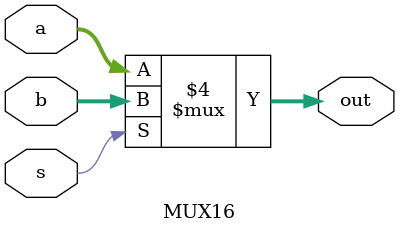
<source format=v>
module MUX16(input s, input [15:0] a, input [15:0] b, output reg[15:0] out);
	always @(*) begin
		if(s==0)
			out = a;
		else
			out = b;
	end
endmodule
</source>
